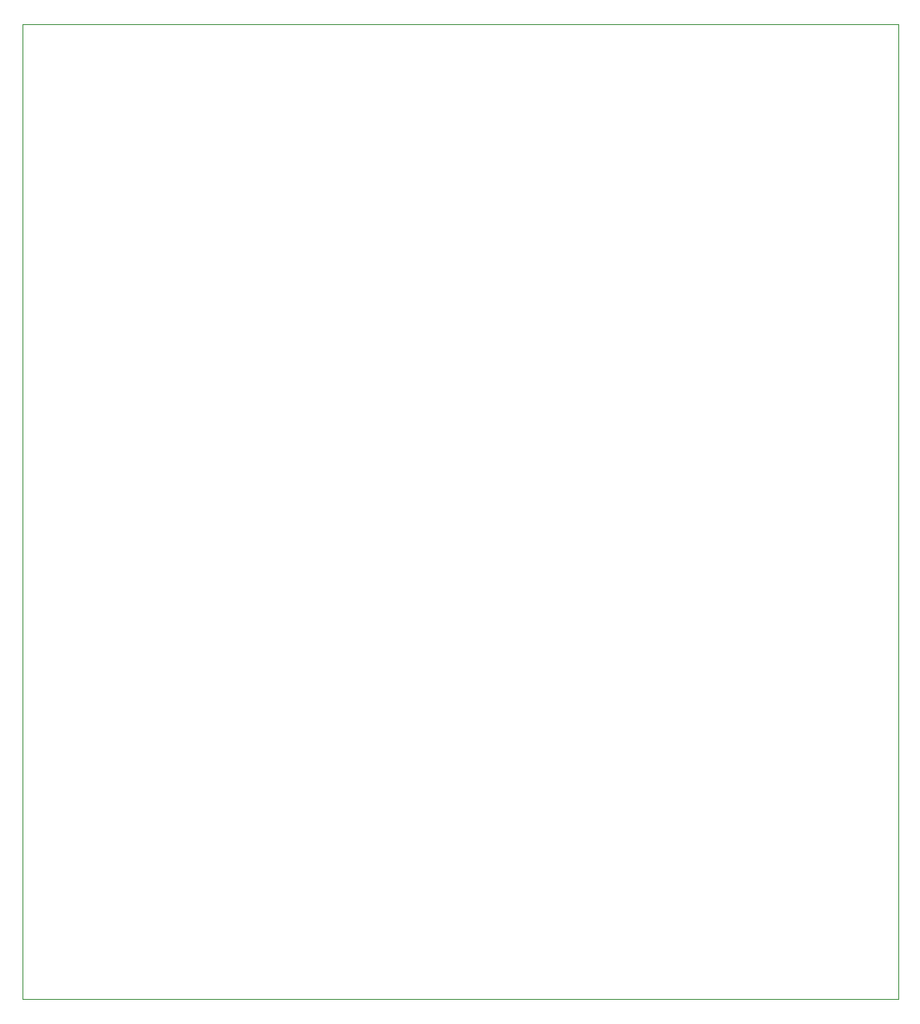
<source format=gbr>
%TF.GenerationSoftware,KiCad,Pcbnew,9.0.4*%
%TF.CreationDate,2025-08-29T11:04:37+02:00*%
%TF.ProjectId,TDA7267_3x2_panel,54444137-3236-4375-9f33-78325f70616e,rev?*%
%TF.SameCoordinates,Original*%
%TF.FileFunction,Profile,NP*%
%FSLAX46Y46*%
G04 Gerber Fmt 4.6, Leading zero omitted, Abs format (unit mm)*
G04 Created by KiCad (PCBNEW 9.0.4) date 2025-08-29 11:04:37*
%MOMM*%
%LPD*%
G01*
G04 APERTURE LIST*
%TA.AperFunction,Profile*%
%ADD10C,0.050000*%
%TD*%
G04 APERTURE END LIST*
D10*
X60000000Y-40000000D02*
X149000000Y-40000000D01*
X149000000Y-139000000D01*
X60000000Y-139000000D01*
X60000000Y-40000000D01*
M02*

</source>
